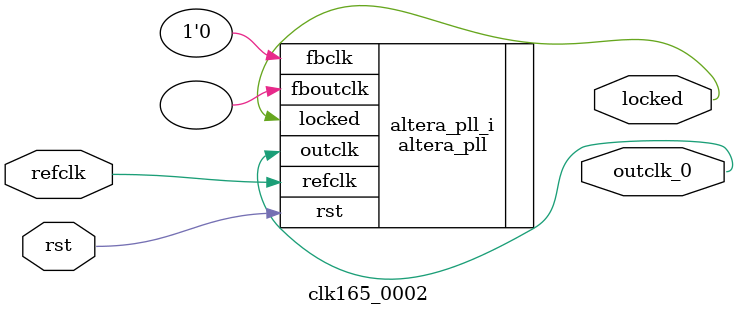
<source format=v>
`timescale 1ns/10ps
module  clk165_0002(

	// interface 'refclk'
	input wire refclk,

	// interface 'reset'
	input wire rst,

	// interface 'outclk0'
	output wire outclk_0,

	// interface 'locked'
	output wire locked
);

	altera_pll #(
		.fractional_vco_multiplier("false"),
		.reference_clock_frequency("50.0 MHz"),
		.operation_mode("direct"),
		.number_of_clocks(1),
		.output_clock_frequency0("165.000000 MHz"),
		.phase_shift0("0 ps"),
		.duty_cycle0(50),
		.output_clock_frequency1("0 MHz"),
		.phase_shift1("0 ps"),
		.duty_cycle1(50),
		.output_clock_frequency2("0 MHz"),
		.phase_shift2("0 ps"),
		.duty_cycle2(50),
		.output_clock_frequency3("0 MHz"),
		.phase_shift3("0 ps"),
		.duty_cycle3(50),
		.output_clock_frequency4("0 MHz"),
		.phase_shift4("0 ps"),
		.duty_cycle4(50),
		.output_clock_frequency5("0 MHz"),
		.phase_shift5("0 ps"),
		.duty_cycle5(50),
		.output_clock_frequency6("0 MHz"),
		.phase_shift6("0 ps"),
		.duty_cycle6(50),
		.output_clock_frequency7("0 MHz"),
		.phase_shift7("0 ps"),
		.duty_cycle7(50),
		.output_clock_frequency8("0 MHz"),
		.phase_shift8("0 ps"),
		.duty_cycle8(50),
		.output_clock_frequency9("0 MHz"),
		.phase_shift9("0 ps"),
		.duty_cycle9(50),
		.output_clock_frequency10("0 MHz"),
		.phase_shift10("0 ps"),
		.duty_cycle10(50),
		.output_clock_frequency11("0 MHz"),
		.phase_shift11("0 ps"),
		.duty_cycle11(50),
		.output_clock_frequency12("0 MHz"),
		.phase_shift12("0 ps"),
		.duty_cycle12(50),
		.output_clock_frequency13("0 MHz"),
		.phase_shift13("0 ps"),
		.duty_cycle13(50),
		.output_clock_frequency14("0 MHz"),
		.phase_shift14("0 ps"),
		.duty_cycle14(50),
		.output_clock_frequency15("0 MHz"),
		.phase_shift15("0 ps"),
		.duty_cycle15(50),
		.output_clock_frequency16("0 MHz"),
		.phase_shift16("0 ps"),
		.duty_cycle16(50),
		.output_clock_frequency17("0 MHz"),
		.phase_shift17("0 ps"),
		.duty_cycle17(50),
		.pll_type("General"),
		.pll_subtype("General")
	) altera_pll_i (
		.rst	(rst),
		.outclk	({outclk_0}),
		.locked	(locked),
		.fboutclk	( ),
		.fbclk	(1'b0),
		.refclk	(refclk)
	);
endmodule


</source>
